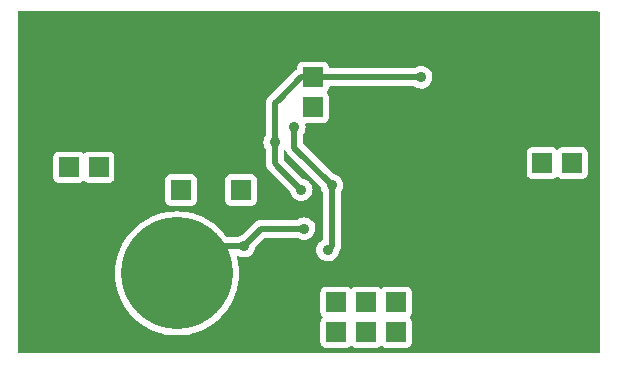
<source format=gbr>
%TF.GenerationSoftware,KiCad,Pcbnew,6.0.11+dfsg-1~bpo11+1*%
%TF.CreationDate,2023-05-28T09:09:13+00:00*%
%TF.ProjectId,PCRD01,50435244-3031-42e6-9b69-6361645f7063,01A*%
%TF.SameCoordinates,Original*%
%TF.FileFunction,Copper,L1,Top*%
%TF.FilePolarity,Positive*%
%FSLAX46Y46*%
G04 Gerber Fmt 4.6, Leading zero omitted, Abs format (unit mm)*
G04 Created by KiCad (PCBNEW 6.0.11+dfsg-1~bpo11+1) date 2023-05-28 09:09:13*
%MOMM*%
%LPD*%
G01*
G04 APERTURE LIST*
%TA.AperFunction,ComponentPad*%
%ADD10R,1.651000X1.651000*%
%TD*%
%TA.AperFunction,ComponentPad*%
%ADD11C,6.000000*%
%TD*%
%TA.AperFunction,SMDPad,CuDef*%
%ADD12C,9.480265*%
%TD*%
%TA.AperFunction,ViaPad*%
%ADD13C,0.889000*%
%TD*%
%TA.AperFunction,Conductor*%
%ADD14C,0.400000*%
%TD*%
%TA.AperFunction,Conductor*%
%ADD15C,0.500000*%
%TD*%
G04 APERTURE END LIST*
D10*
%TO.P,J1,1,1*%
%TO.N,GND*%
X140458000Y-90709000D03*
%TO.P,J1,2,1*%
%TO.N,/+Ubias*%
X140458000Y-88169000D03*
%TO.P,J1,3,3*%
%TO.N,GND*%
X140458000Y-85629000D03*
%TO.P,J1,4*%
X137918000Y-85629000D03*
%TO.P,J1,5*%
%TO.N,/+Ubias*%
X137918000Y-88169000D03*
%TO.P,J1,6*%
%TO.N,GND*%
X137918000Y-90709000D03*
%TD*%
%TO.P,J2,1*%
%TO.N,GND*%
X158034800Y-102139000D03*
%TO.P,J2,2*%
%TO.N,V-*%
X160574800Y-102139000D03*
%TO.P,J2,3*%
%TO.N,V+*%
X163114800Y-102139000D03*
%TO.P,J2,4*%
%TO.N,V-*%
X165654800Y-102139000D03*
%TO.P,J2,5*%
%TO.N,GND*%
X168194800Y-102139000D03*
%TO.P,J2,6*%
X168194800Y-99599000D03*
%TO.P,J2,7*%
%TO.N,V-*%
X165654800Y-99599000D03*
%TO.P,J2,8*%
%TO.N,V+*%
X163114800Y-99599000D03*
%TO.P,J2,9*%
%TO.N,V-*%
X160574800Y-99599000D03*
%TO.P,J2,10*%
%TO.N,GND*%
X158034800Y-99599000D03*
%TD*%
%TO.P,J5,1,1*%
%TO.N,GND*%
X180564600Y-90353400D03*
%TO.P,J5,2,1*%
%TO.N,Net-(C14-Pad2)*%
X180564600Y-87813400D03*
%TO.P,J5,3,3*%
%TO.N,GND*%
X180564600Y-85273400D03*
%TO.P,J5,4*%
X178024600Y-85273400D03*
%TO.P,J5,5*%
%TO.N,Net-(C14-Pad2)*%
X178024600Y-87813400D03*
%TO.P,J5,6*%
%TO.N,GND*%
X178024600Y-90353400D03*
%TD*%
D11*
%TO.P,P4,1,P1*%
%TO.N,GND*%
X137918000Y-99599000D03*
%TD*%
D12*
%TO.P,C4,1*%
%TO.N,Net-(C4-Pad1)*%
X147087400Y-97147900D03*
%TD*%
D10*
%TO.P,J3,1,P1*%
%TO.N,/K*%
X147443000Y-90074000D03*
%TO.P,J3,2,PM*%
%TO.N,/A*%
X152523000Y-90074000D03*
%TD*%
D11*
%TO.P,P3,1,P1*%
%TO.N,GND*%
X137918000Y-79279000D03*
%TD*%
%TO.P,P1,1,P1*%
%TO.N,GND*%
X178558000Y-99599000D03*
%TD*%
%TO.P,P2,1,P1*%
%TO.N,GND*%
X178558000Y-79279000D03*
%TD*%
D10*
%TO.P,J4,1,P1*%
%TO.N,/#SHDN*%
X158619000Y-83089000D03*
%TO.P,J4,2,PM*%
%TO.N,V+*%
X158619000Y-80549000D03*
%TD*%
D13*
%TO.N,GND*%
X162657600Y-83089000D03*
X154961400Y-77196200D03*
X170684000Y-77780400D03*
X165680200Y-77297800D03*
X162683000Y-85629000D03*
X159914400Y-86391000D03*
X161184400Y-96144600D03*
X135733600Y-83698600D03*
X135733600Y-94773000D03*
X166518400Y-87356200D03*
X171293600Y-95865200D03*
X139200000Y-94600000D03*
X174951200Y-94493600D03*
X165413500Y-96360500D03*
X160955800Y-77399400D03*
X150135400Y-76764400D03*
X142210600Y-81082400D03*
%TO.N,V+*%
X157608447Y-90079311D03*
X155367800Y-86060800D03*
X167763000Y-80549000D03*
%TO.N,Net-(C4-Pad1)*%
X157857000Y-93363300D03*
X152743361Y-94836500D03*
%TO.N,V-*%
X159838200Y-95166700D03*
X160216002Y-89693000D03*
X157028960Y-84750160D03*
%TD*%
D14*
%TO.N,GND*%
X160752600Y-77196200D02*
X160955800Y-77399400D01*
X158034800Y-99599000D02*
X157298200Y-99599000D01*
X135733600Y-83698600D02*
X135987600Y-83698600D01*
X165197600Y-96144600D02*
X165413500Y-96360500D01*
%TO.N,V+*%
X159844500Y-80549000D02*
X160689748Y-80549000D01*
D15*
X167763000Y-80549000D02*
X160689748Y-80549000D01*
X155367800Y-86060800D02*
X155367800Y-82758800D01*
D14*
X158619000Y-80549000D02*
X159844500Y-80549000D01*
D15*
X155367800Y-87838664D02*
X155668517Y-88139381D01*
X155367800Y-86060800D02*
X155367800Y-87838664D01*
X157608447Y-90079311D02*
X155668517Y-88139381D01*
X155367800Y-82758800D02*
X155692499Y-82434101D01*
X155692499Y-82434101D02*
X157577600Y-80549000D01*
X158619000Y-80549000D02*
X167763000Y-80549000D01*
X160689748Y-80549000D02*
X157577600Y-80549000D01*
%TO.N,Net-(C4-Pad1)*%
X157228383Y-93363300D02*
X157857000Y-93363300D01*
X154216561Y-93363300D02*
X157228383Y-93363300D01*
X152743361Y-94836500D02*
X149398800Y-94836500D01*
X152743361Y-94836500D02*
X154216561Y-93363300D01*
%TO.N,V-*%
X160216002Y-89693000D02*
X160216002Y-94788898D01*
X157028960Y-86505958D02*
X160216002Y-89693000D01*
X160216002Y-94788898D02*
X159838200Y-95166700D01*
X157028960Y-84750160D02*
X157028960Y-86505958D01*
%TD*%
%TA.AperFunction,Conductor*%
%TO.N,GND*%
G36*
X182832691Y-74982407D02*
G01*
X182868655Y-75031907D01*
X182873500Y-75062500D01*
X182873500Y-103815500D01*
X182854593Y-103873691D01*
X182805093Y-103909655D01*
X182774500Y-103914500D01*
X133701500Y-103914500D01*
X133643309Y-103895593D01*
X133607345Y-103846093D01*
X133602500Y-103815500D01*
X133602500Y-103012634D01*
X159240800Y-103012634D01*
X159247555Y-103074816D01*
X159298685Y-103211205D01*
X159386039Y-103327761D01*
X159502595Y-103415115D01*
X159638984Y-103466245D01*
X159645156Y-103466915D01*
X159645158Y-103466916D01*
X159681137Y-103470824D01*
X159701166Y-103473000D01*
X161448434Y-103473000D01*
X161468463Y-103470824D01*
X161504442Y-103466916D01*
X161504444Y-103466915D01*
X161510616Y-103466245D01*
X161647005Y-103415115D01*
X161763561Y-103327761D01*
X161767791Y-103322117D01*
X161772778Y-103317130D01*
X161774463Y-103318815D01*
X161815601Y-103289845D01*
X161876780Y-103290748D01*
X161915252Y-103318700D01*
X161916822Y-103317130D01*
X161921809Y-103322117D01*
X161926039Y-103327761D01*
X162042595Y-103415115D01*
X162178984Y-103466245D01*
X162185156Y-103466915D01*
X162185158Y-103466916D01*
X162221137Y-103470824D01*
X162241166Y-103473000D01*
X163988434Y-103473000D01*
X164008463Y-103470824D01*
X164044442Y-103466916D01*
X164044444Y-103466915D01*
X164050616Y-103466245D01*
X164187005Y-103415115D01*
X164303561Y-103327761D01*
X164307791Y-103322117D01*
X164312778Y-103317130D01*
X164314463Y-103318815D01*
X164355601Y-103289845D01*
X164416780Y-103290748D01*
X164455252Y-103318700D01*
X164456822Y-103317130D01*
X164461809Y-103322117D01*
X164466039Y-103327761D01*
X164582595Y-103415115D01*
X164718984Y-103466245D01*
X164725156Y-103466915D01*
X164725158Y-103466916D01*
X164761137Y-103470824D01*
X164781166Y-103473000D01*
X166528434Y-103473000D01*
X166548463Y-103470824D01*
X166584442Y-103466916D01*
X166584444Y-103466915D01*
X166590616Y-103466245D01*
X166727005Y-103415115D01*
X166843561Y-103327761D01*
X166930915Y-103211205D01*
X166982045Y-103074816D01*
X166988800Y-103012634D01*
X166988800Y-101265366D01*
X166982045Y-101203184D01*
X166930915Y-101066795D01*
X166843561Y-100950239D01*
X166837917Y-100946009D01*
X166832930Y-100941022D01*
X166834615Y-100939337D01*
X166805645Y-100898199D01*
X166806548Y-100837020D01*
X166834500Y-100798548D01*
X166832930Y-100796978D01*
X166837917Y-100791991D01*
X166843561Y-100787761D01*
X166930915Y-100671205D01*
X166982045Y-100534816D01*
X166983126Y-100524870D01*
X166988511Y-100475293D01*
X166988800Y-100472634D01*
X166988800Y-98725366D01*
X166982045Y-98663184D01*
X166930915Y-98526795D01*
X166843561Y-98410239D01*
X166727005Y-98322885D01*
X166590616Y-98271755D01*
X166584444Y-98271085D01*
X166584442Y-98271084D01*
X166548463Y-98267176D01*
X166528434Y-98265000D01*
X164781166Y-98265000D01*
X164761137Y-98267176D01*
X164725158Y-98271084D01*
X164725156Y-98271085D01*
X164718984Y-98271755D01*
X164582595Y-98322885D01*
X164466039Y-98410239D01*
X164461809Y-98415883D01*
X164456822Y-98420870D01*
X164455137Y-98419185D01*
X164413999Y-98448155D01*
X164352820Y-98447252D01*
X164314348Y-98419300D01*
X164312778Y-98420870D01*
X164307791Y-98415883D01*
X164303561Y-98410239D01*
X164187005Y-98322885D01*
X164050616Y-98271755D01*
X164044444Y-98271085D01*
X164044442Y-98271084D01*
X164008463Y-98267176D01*
X163988434Y-98265000D01*
X162241166Y-98265000D01*
X162221137Y-98267176D01*
X162185158Y-98271084D01*
X162185156Y-98271085D01*
X162178984Y-98271755D01*
X162042595Y-98322885D01*
X161926039Y-98410239D01*
X161921809Y-98415883D01*
X161916822Y-98420870D01*
X161915137Y-98419185D01*
X161873999Y-98448155D01*
X161812820Y-98447252D01*
X161774348Y-98419300D01*
X161772778Y-98420870D01*
X161767791Y-98415883D01*
X161763561Y-98410239D01*
X161647005Y-98322885D01*
X161510616Y-98271755D01*
X161504444Y-98271085D01*
X161504442Y-98271084D01*
X161468463Y-98267176D01*
X161448434Y-98265000D01*
X159701166Y-98265000D01*
X159681137Y-98267176D01*
X159645158Y-98271084D01*
X159645156Y-98271085D01*
X159638984Y-98271755D01*
X159502595Y-98322885D01*
X159386039Y-98410239D01*
X159298685Y-98526795D01*
X159247555Y-98663184D01*
X159240800Y-98725366D01*
X159240800Y-100472634D01*
X159241089Y-100475293D01*
X159246475Y-100524870D01*
X159247555Y-100534816D01*
X159298685Y-100671205D01*
X159386039Y-100787761D01*
X159391683Y-100791991D01*
X159396670Y-100796978D01*
X159394985Y-100798663D01*
X159423955Y-100839801D01*
X159423052Y-100900980D01*
X159395100Y-100939452D01*
X159396670Y-100941022D01*
X159391683Y-100946009D01*
X159386039Y-100950239D01*
X159298685Y-101066795D01*
X159247555Y-101203184D01*
X159240800Y-101265366D01*
X159240800Y-103012634D01*
X133602500Y-103012634D01*
X133602500Y-97147900D01*
X141833768Y-97147900D01*
X141853760Y-97605784D01*
X141913582Y-98060184D01*
X142012781Y-98507640D01*
X142013428Y-98509691D01*
X142013429Y-98509696D01*
X142081430Y-98725366D01*
X142150601Y-98944748D01*
X142325992Y-99368181D01*
X142537621Y-99774716D01*
X142783877Y-100161260D01*
X143062884Y-100524870D01*
X143064341Y-100526460D01*
X143351466Y-100839801D01*
X143372521Y-100862779D01*
X143710430Y-101172416D01*
X144074040Y-101451423D01*
X144460584Y-101697679D01*
X144867119Y-101909308D01*
X145290552Y-102084699D01*
X145292621Y-102085351D01*
X145292620Y-102085351D01*
X145725604Y-102221871D01*
X145725609Y-102221872D01*
X145727660Y-102222519D01*
X145881450Y-102256614D01*
X146172995Y-102321248D01*
X146173000Y-102321249D01*
X146175116Y-102321718D01*
X146629516Y-102381540D01*
X147087400Y-102401532D01*
X147545284Y-102381540D01*
X147999684Y-102321718D01*
X148001800Y-102321249D01*
X148001805Y-102321248D01*
X148293350Y-102256614D01*
X148447140Y-102222519D01*
X148449191Y-102221872D01*
X148449196Y-102221871D01*
X148882180Y-102085351D01*
X148882179Y-102085351D01*
X148884248Y-102084699D01*
X149307681Y-101909308D01*
X149714216Y-101697679D01*
X150100760Y-101451423D01*
X150464370Y-101172416D01*
X150802279Y-100862779D01*
X150823335Y-100839801D01*
X151110459Y-100526460D01*
X151111916Y-100524870D01*
X151390923Y-100161260D01*
X151637179Y-99774716D01*
X151848808Y-99368181D01*
X152024199Y-98944748D01*
X152093370Y-98725366D01*
X152161371Y-98509696D01*
X152161372Y-98509691D01*
X152162019Y-98507640D01*
X152261218Y-98060184D01*
X152321040Y-97605784D01*
X152341032Y-97147900D01*
X152321040Y-96690016D01*
X152261218Y-96235616D01*
X152163051Y-95792815D01*
X152168915Y-95731912D01*
X152209458Y-95686087D01*
X152269193Y-95672844D01*
X152308001Y-95684968D01*
X152359982Y-95714019D01*
X152364580Y-95715513D01*
X152533123Y-95770276D01*
X152533125Y-95770277D01*
X152537728Y-95771772D01*
X152723306Y-95793901D01*
X152728128Y-95793530D01*
X152728131Y-95793530D01*
X152797918Y-95788160D01*
X152909648Y-95779563D01*
X153089657Y-95729304D01*
X153103398Y-95722363D01*
X153252154Y-95647221D01*
X153252156Y-95647220D01*
X153256475Y-95645038D01*
X153403748Y-95529975D01*
X153406910Y-95526312D01*
X153406915Y-95526307D01*
X153522704Y-95392163D01*
X153525868Y-95388498D01*
X153528737Y-95383449D01*
X153615793Y-95230201D01*
X153615794Y-95230198D01*
X153618182Y-95225995D01*
X153631829Y-95184973D01*
X153652237Y-95123624D01*
X153677175Y-95048657D01*
X153683525Y-94998397D01*
X153711740Y-94940802D01*
X154501746Y-94150796D01*
X154556263Y-94123019D01*
X154571750Y-94121800D01*
X157241339Y-94121800D01*
X157299530Y-94140707D01*
X157305501Y-94145406D01*
X157310478Y-94149642D01*
X157314700Y-94152002D01*
X157314705Y-94152005D01*
X157350193Y-94171838D01*
X157473621Y-94240819D01*
X157478219Y-94242313D01*
X157646762Y-94297076D01*
X157646764Y-94297077D01*
X157651367Y-94298572D01*
X157836945Y-94320701D01*
X157841767Y-94320330D01*
X157841770Y-94320330D01*
X157902766Y-94315636D01*
X158023287Y-94306363D01*
X158203296Y-94256104D01*
X158207614Y-94253923D01*
X158365793Y-94174021D01*
X158365795Y-94174020D01*
X158370114Y-94171838D01*
X158517387Y-94056775D01*
X158520549Y-94053112D01*
X158520554Y-94053107D01*
X158636343Y-93918963D01*
X158639507Y-93915298D01*
X158650555Y-93895851D01*
X158729432Y-93757001D01*
X158729433Y-93756998D01*
X158731821Y-93752795D01*
X158790814Y-93575457D01*
X158814238Y-93390038D01*
X158814611Y-93363300D01*
X158796373Y-93177299D01*
X158742355Y-92998383D01*
X158654615Y-92833366D01*
X158536493Y-92688535D01*
X158530558Y-92683625D01*
X158396216Y-92572488D01*
X158396214Y-92572487D01*
X158392489Y-92569405D01*
X158228089Y-92480514D01*
X158049554Y-92425248D01*
X158044744Y-92424742D01*
X158044742Y-92424742D01*
X157868501Y-92406218D01*
X157868499Y-92406218D01*
X157863685Y-92405712D01*
X157803781Y-92411164D01*
X157682382Y-92422212D01*
X157682379Y-92422213D01*
X157677562Y-92422651D01*
X157672920Y-92424017D01*
X157672916Y-92424018D01*
X157502920Y-92474051D01*
X157502917Y-92474052D01*
X157498273Y-92475419D01*
X157332647Y-92562005D01*
X157328871Y-92565041D01*
X157328868Y-92565043D01*
X157306592Y-92582954D01*
X157244558Y-92604800D01*
X154281582Y-92604800D01*
X154266693Y-92603674D01*
X154248901Y-92600967D01*
X154248897Y-92600967D01*
X154243212Y-92600102D01*
X154191385Y-92604317D01*
X154189457Y-92604474D01*
X154181432Y-92604800D01*
X154172268Y-92604800D01*
X154169424Y-92605132D01*
X154169416Y-92605132D01*
X154143571Y-92608145D01*
X154140135Y-92608485D01*
X154072660Y-92613973D01*
X154072656Y-92613974D01*
X154066924Y-92614440D01*
X154061451Y-92616213D01*
X154055812Y-92617340D01*
X154055790Y-92617230D01*
X154052165Y-92618020D01*
X154052191Y-92618129D01*
X154046595Y-92619452D01*
X154040880Y-92620118D01*
X154035472Y-92622081D01*
X153971821Y-92645185D01*
X153968553Y-92646307D01*
X153915707Y-92663427D01*
X153898662Y-92668949D01*
X153893747Y-92671932D01*
X153888515Y-92674327D01*
X153888469Y-92674226D01*
X153885123Y-92675828D01*
X153885174Y-92675930D01*
X153880038Y-92678502D01*
X153874624Y-92680467D01*
X153869808Y-92683624D01*
X153869807Y-92683625D01*
X153813208Y-92720733D01*
X153810286Y-92722577D01*
X153751226Y-92758415D01*
X153751222Y-92758418D01*
X153747453Y-92760705D01*
X153739077Y-92768103D01*
X153738957Y-92767967D01*
X153735799Y-92770446D01*
X153735930Y-92770602D01*
X153731517Y-92774292D01*
X153726709Y-92777444D01*
X153722756Y-92781617D01*
X153673217Y-92833911D01*
X153671350Y-92835830D01*
X152641416Y-93865764D01*
X152586899Y-93893541D01*
X152580384Y-93894353D01*
X152568742Y-93895412D01*
X152568737Y-93895413D01*
X152563923Y-93895851D01*
X152497848Y-93915298D01*
X152389281Y-93947251D01*
X152389278Y-93947252D01*
X152384634Y-93948619D01*
X152219008Y-94035205D01*
X152215232Y-94038241D01*
X152215229Y-94038243D01*
X152192953Y-94056154D01*
X152130919Y-94078000D01*
X151396359Y-94078000D01*
X151338168Y-94059093D01*
X151317817Y-94039267D01*
X151111916Y-93770930D01*
X150802279Y-93433021D01*
X150464370Y-93123384D01*
X150100760Y-92844377D01*
X149995697Y-92777444D01*
X149716026Y-92599274D01*
X149716024Y-92599273D01*
X149714216Y-92598121D01*
X149640524Y-92559759D01*
X149569029Y-92522542D01*
X149307681Y-92386492D01*
X148884248Y-92211101D01*
X148824092Y-92192134D01*
X148449196Y-92073929D01*
X148449191Y-92073928D01*
X148447140Y-92073281D01*
X148293350Y-92039186D01*
X148001805Y-91974552D01*
X148001800Y-91974551D01*
X147999684Y-91974082D01*
X147545284Y-91914260D01*
X147087400Y-91894268D01*
X146629516Y-91914260D01*
X146175116Y-91974082D01*
X146173000Y-91974551D01*
X146172995Y-91974552D01*
X145881450Y-92039186D01*
X145727660Y-92073281D01*
X145725609Y-92073928D01*
X145725604Y-92073929D01*
X145350708Y-92192134D01*
X145290552Y-92211101D01*
X144867119Y-92386492D01*
X144605771Y-92522542D01*
X144534277Y-92559759D01*
X144460584Y-92598121D01*
X144458776Y-92599273D01*
X144458774Y-92599274D01*
X144179104Y-92777444D01*
X144074040Y-92844377D01*
X143710430Y-93123384D01*
X143372521Y-93433021D01*
X143062884Y-93770930D01*
X142783877Y-94134540D01*
X142782720Y-94136356D01*
X142782718Y-94136359D01*
X142634864Y-94368443D01*
X142537621Y-94521084D01*
X142325992Y-94927619D01*
X142150601Y-95351052D01*
X142149949Y-95353120D01*
X142015375Y-95779934D01*
X142012781Y-95788160D01*
X141978686Y-95941950D01*
X141938387Y-96123730D01*
X141913582Y-96235616D01*
X141853760Y-96690016D01*
X141833768Y-97147900D01*
X133602500Y-97147900D01*
X133602500Y-90947634D01*
X146109000Y-90947634D01*
X146109289Y-90950293D01*
X146111423Y-90969934D01*
X146115755Y-91009816D01*
X146166885Y-91146205D01*
X146254239Y-91262761D01*
X146370795Y-91350115D01*
X146507184Y-91401245D01*
X146513356Y-91401915D01*
X146513358Y-91401916D01*
X146549337Y-91405824D01*
X146569366Y-91408000D01*
X148316634Y-91408000D01*
X148336663Y-91405824D01*
X148372642Y-91401916D01*
X148372644Y-91401915D01*
X148378816Y-91401245D01*
X148515205Y-91350115D01*
X148631761Y-91262761D01*
X148719115Y-91146205D01*
X148770245Y-91009816D01*
X148774578Y-90969934D01*
X148776711Y-90950293D01*
X148777000Y-90947634D01*
X151189000Y-90947634D01*
X151189289Y-90950293D01*
X151191423Y-90969934D01*
X151195755Y-91009816D01*
X151246885Y-91146205D01*
X151334239Y-91262761D01*
X151450795Y-91350115D01*
X151587184Y-91401245D01*
X151593356Y-91401915D01*
X151593358Y-91401916D01*
X151629337Y-91405824D01*
X151649366Y-91408000D01*
X153396634Y-91408000D01*
X153416663Y-91405824D01*
X153452642Y-91401916D01*
X153452644Y-91401915D01*
X153458816Y-91401245D01*
X153595205Y-91350115D01*
X153711761Y-91262761D01*
X153799115Y-91146205D01*
X153850245Y-91009816D01*
X153854578Y-90969934D01*
X153856711Y-90950293D01*
X153857000Y-90947634D01*
X153857000Y-89200366D01*
X153850245Y-89138184D01*
X153799115Y-89001795D01*
X153722153Y-88899105D01*
X153715991Y-88890883D01*
X153711761Y-88885239D01*
X153595205Y-88797885D01*
X153458816Y-88746755D01*
X153452644Y-88746085D01*
X153452642Y-88746084D01*
X153416663Y-88742176D01*
X153396634Y-88740000D01*
X151649366Y-88740000D01*
X151629337Y-88742176D01*
X151593358Y-88746084D01*
X151593356Y-88746085D01*
X151587184Y-88746755D01*
X151450795Y-88797885D01*
X151334239Y-88885239D01*
X151330009Y-88890883D01*
X151323847Y-88899105D01*
X151246885Y-89001795D01*
X151195755Y-89138184D01*
X151189000Y-89200366D01*
X151189000Y-90947634D01*
X148777000Y-90947634D01*
X148777000Y-89200366D01*
X148770245Y-89138184D01*
X148719115Y-89001795D01*
X148642153Y-88899105D01*
X148635991Y-88890883D01*
X148631761Y-88885239D01*
X148515205Y-88797885D01*
X148378816Y-88746755D01*
X148372644Y-88746085D01*
X148372642Y-88746084D01*
X148336663Y-88742176D01*
X148316634Y-88740000D01*
X146569366Y-88740000D01*
X146549337Y-88742176D01*
X146513358Y-88746084D01*
X146513356Y-88746085D01*
X146507184Y-88746755D01*
X146370795Y-88797885D01*
X146254239Y-88885239D01*
X146250009Y-88890883D01*
X146243847Y-88899105D01*
X146166885Y-89001795D01*
X146115755Y-89138184D01*
X146109000Y-89200366D01*
X146109000Y-90947634D01*
X133602500Y-90947634D01*
X133602500Y-89042634D01*
X136584000Y-89042634D01*
X136584289Y-89045293D01*
X136589362Y-89091989D01*
X136590755Y-89104816D01*
X136641885Y-89241205D01*
X136729239Y-89357761D01*
X136845795Y-89445115D01*
X136982184Y-89496245D01*
X136988356Y-89496915D01*
X136988358Y-89496916D01*
X137024337Y-89500824D01*
X137044366Y-89503000D01*
X138791634Y-89503000D01*
X138811663Y-89500824D01*
X138847642Y-89496916D01*
X138847644Y-89496915D01*
X138853816Y-89496245D01*
X138990205Y-89445115D01*
X139106761Y-89357761D01*
X139110991Y-89352117D01*
X139115978Y-89347130D01*
X139117663Y-89348815D01*
X139158801Y-89319845D01*
X139219980Y-89320748D01*
X139258452Y-89348700D01*
X139260022Y-89347130D01*
X139265009Y-89352117D01*
X139269239Y-89357761D01*
X139385795Y-89445115D01*
X139522184Y-89496245D01*
X139528356Y-89496915D01*
X139528358Y-89496916D01*
X139564337Y-89500824D01*
X139584366Y-89503000D01*
X141331634Y-89503000D01*
X141351663Y-89500824D01*
X141387642Y-89496916D01*
X141387644Y-89496915D01*
X141393816Y-89496245D01*
X141530205Y-89445115D01*
X141646761Y-89357761D01*
X141734115Y-89241205D01*
X141785245Y-89104816D01*
X141786639Y-89091989D01*
X141791711Y-89045293D01*
X141792000Y-89042634D01*
X141792000Y-87295366D01*
X141785245Y-87233184D01*
X141734115Y-87096795D01*
X141646761Y-86980239D01*
X141530205Y-86892885D01*
X141393816Y-86841755D01*
X141387644Y-86841085D01*
X141387642Y-86841084D01*
X141351663Y-86837176D01*
X141331634Y-86835000D01*
X139584366Y-86835000D01*
X139564337Y-86837176D01*
X139528358Y-86841084D01*
X139528356Y-86841085D01*
X139522184Y-86841755D01*
X139385795Y-86892885D01*
X139269239Y-86980239D01*
X139265009Y-86985883D01*
X139260022Y-86990870D01*
X139258337Y-86989185D01*
X139217199Y-87018155D01*
X139156020Y-87017252D01*
X139117548Y-86989300D01*
X139115978Y-86990870D01*
X139110991Y-86985883D01*
X139106761Y-86980239D01*
X138990205Y-86892885D01*
X138853816Y-86841755D01*
X138847644Y-86841085D01*
X138847642Y-86841084D01*
X138811663Y-86837176D01*
X138791634Y-86835000D01*
X137044366Y-86835000D01*
X137024337Y-86837176D01*
X136988358Y-86841084D01*
X136988356Y-86841085D01*
X136982184Y-86841755D01*
X136845795Y-86892885D01*
X136729239Y-86980239D01*
X136641885Y-87096795D01*
X136590755Y-87233184D01*
X136584000Y-87295366D01*
X136584000Y-89042634D01*
X133602500Y-89042634D01*
X133602500Y-86047430D01*
X154410282Y-86047430D01*
X154425921Y-86233667D01*
X154477436Y-86413320D01*
X154562864Y-86579546D01*
X154565875Y-86583344D01*
X154565875Y-86583345D01*
X154587885Y-86611114D01*
X154609300Y-86672608D01*
X154609300Y-87773637D01*
X154608174Y-87788526D01*
X154604601Y-87812013D01*
X154605068Y-87817749D01*
X154608974Y-87865776D01*
X154609300Y-87873802D01*
X154609300Y-87882957D01*
X154609632Y-87885802D01*
X154609632Y-87885808D01*
X154612644Y-87911644D01*
X154612984Y-87915080D01*
X154618940Y-87988301D01*
X154620714Y-87993776D01*
X154621840Y-87999413D01*
X154621730Y-87999435D01*
X154622520Y-88003060D01*
X154622629Y-88003034D01*
X154623952Y-88008630D01*
X154624618Y-88014345D01*
X154626581Y-88019753D01*
X154649685Y-88083404D01*
X154650807Y-88086672D01*
X154673449Y-88156563D01*
X154676432Y-88161478D01*
X154678827Y-88166710D01*
X154678726Y-88166756D01*
X154680328Y-88170102D01*
X154680430Y-88170051D01*
X154683002Y-88175186D01*
X154684967Y-88180601D01*
X154688125Y-88185417D01*
X154725246Y-88242036D01*
X154727087Y-88244955D01*
X154765205Y-88307771D01*
X154768125Y-88311077D01*
X154772603Y-88316148D01*
X154772455Y-88316279D01*
X154774936Y-88319434D01*
X154775102Y-88319295D01*
X154778792Y-88323708D01*
X154781944Y-88328516D01*
X154786117Y-88332469D01*
X154838411Y-88382008D01*
X154840330Y-88383875D01*
X156637095Y-90180640D01*
X156664872Y-90235157D01*
X156665744Y-90242362D01*
X156666568Y-90252178D01*
X156718083Y-90431831D01*
X156803511Y-90598057D01*
X156919599Y-90744523D01*
X156923279Y-90747655D01*
X156923281Y-90747657D01*
X156956311Y-90775768D01*
X157061925Y-90865653D01*
X157066147Y-90868013D01*
X157066152Y-90868016D01*
X157101640Y-90887849D01*
X157225068Y-90956830D01*
X157229666Y-90958324D01*
X157398209Y-91013087D01*
X157398211Y-91013088D01*
X157402814Y-91014583D01*
X157588392Y-91036712D01*
X157593214Y-91036341D01*
X157593217Y-91036341D01*
X157654213Y-91031647D01*
X157774734Y-91022374D01*
X157954743Y-90972115D01*
X157959061Y-90969934D01*
X158117240Y-90890032D01*
X158117242Y-90890031D01*
X158121561Y-90887849D01*
X158268834Y-90772786D01*
X158271996Y-90769123D01*
X158272001Y-90769118D01*
X158387790Y-90634974D01*
X158390954Y-90631309D01*
X158407689Y-90601851D01*
X158480879Y-90473012D01*
X158480880Y-90473009D01*
X158483268Y-90468806D01*
X158497118Y-90427174D01*
X158540734Y-90296059D01*
X158540735Y-90296057D01*
X158542261Y-90291468D01*
X158547834Y-90247358D01*
X158565337Y-90108801D01*
X158565685Y-90106049D01*
X158566058Y-90079311D01*
X158547820Y-89893310D01*
X158493802Y-89714394D01*
X158406062Y-89549377D01*
X158287940Y-89404546D01*
X158236500Y-89361991D01*
X158147663Y-89288499D01*
X158147661Y-89288498D01*
X158143936Y-89285416D01*
X157979536Y-89196525D01*
X157859321Y-89159312D01*
X157805622Y-89142689D01*
X157805618Y-89142688D01*
X157801001Y-89141259D01*
X157796192Y-89140754D01*
X157796189Y-89140753D01*
X157785265Y-89139605D01*
X157771140Y-89138121D01*
X157711484Y-89109667D01*
X156155296Y-87553479D01*
X156127519Y-87498962D01*
X156126300Y-87483475D01*
X156126300Y-86807671D01*
X156145207Y-86749480D01*
X156194707Y-86713516D01*
X156255893Y-86713516D01*
X156305393Y-86749480D01*
X156319481Y-86777160D01*
X156334609Y-86823857D01*
X156337592Y-86828772D01*
X156339987Y-86834004D01*
X156339886Y-86834050D01*
X156341488Y-86837396D01*
X156341590Y-86837345D01*
X156344162Y-86842480D01*
X156346127Y-86847895D01*
X156349285Y-86852711D01*
X156386406Y-86909330D01*
X156388247Y-86912249D01*
X156426365Y-86975065D01*
X156433763Y-86983442D01*
X156433615Y-86983573D01*
X156436096Y-86986728D01*
X156436262Y-86986589D01*
X156439952Y-86991002D01*
X156443104Y-86995810D01*
X156447277Y-86999763D01*
X156499571Y-87049302D01*
X156501490Y-87051169D01*
X159244650Y-89794329D01*
X159272427Y-89848846D01*
X159273299Y-89856051D01*
X159274123Y-89865867D01*
X159325638Y-90045520D01*
X159411066Y-90211746D01*
X159414077Y-90215544D01*
X159414077Y-90215545D01*
X159436087Y-90243314D01*
X159457502Y-90304808D01*
X159457502Y-94230348D01*
X159438595Y-94288539D01*
X159404368Y-94318082D01*
X159318144Y-94363158D01*
X159318139Y-94363161D01*
X159313847Y-94365405D01*
X159310071Y-94368441D01*
X159310068Y-94368443D01*
X159171967Y-94479480D01*
X159168195Y-94482513D01*
X159165086Y-94486218D01*
X159165083Y-94486221D01*
X159135830Y-94521084D01*
X159048062Y-94625681D01*
X159045730Y-94629924D01*
X159045728Y-94629926D01*
X158964514Y-94777656D01*
X158958026Y-94789457D01*
X158956563Y-94794070D01*
X158956561Y-94794074D01*
X158902979Y-94962984D01*
X158902978Y-94962990D01*
X158901515Y-94967601D01*
X158900975Y-94972415D01*
X158892929Y-95044150D01*
X158880682Y-95153330D01*
X158881087Y-95158150D01*
X158894903Y-95322675D01*
X158896321Y-95339567D01*
X158947836Y-95519220D01*
X159033264Y-95685446D01*
X159149352Y-95831912D01*
X159153032Y-95835044D01*
X159153034Y-95835046D01*
X159186064Y-95863157D01*
X159291678Y-95953042D01*
X159295900Y-95955402D01*
X159295905Y-95955405D01*
X159331393Y-95975238D01*
X159454821Y-96044219D01*
X159459419Y-96045713D01*
X159627962Y-96100476D01*
X159627964Y-96100477D01*
X159632567Y-96101972D01*
X159818145Y-96124101D01*
X159822967Y-96123730D01*
X159822970Y-96123730D01*
X159883966Y-96119036D01*
X160004487Y-96109763D01*
X160184496Y-96059504D01*
X160188814Y-96057323D01*
X160346993Y-95977421D01*
X160346995Y-95977420D01*
X160351314Y-95975238D01*
X160498587Y-95860175D01*
X160501749Y-95856512D01*
X160501754Y-95856507D01*
X160611552Y-95729304D01*
X160620707Y-95718698D01*
X160624706Y-95711660D01*
X160710632Y-95560401D01*
X160710633Y-95560398D01*
X160713021Y-95556195D01*
X160720752Y-95532957D01*
X160742451Y-95467725D01*
X160772014Y-95378857D01*
X160772621Y-95374053D01*
X160779112Y-95322675D01*
X160799684Y-95273668D01*
X160801594Y-95271254D01*
X160803736Y-95268641D01*
X160851335Y-95212613D01*
X160853949Y-95207494D01*
X160857144Y-95202704D01*
X160857236Y-95202765D01*
X160859239Y-95199645D01*
X160859145Y-95199587D01*
X160862170Y-95194690D01*
X160865736Y-95190182D01*
X160882960Y-95153330D01*
X160896843Y-95123624D01*
X160898361Y-95120519D01*
X160902204Y-95112993D01*
X160931771Y-95055090D01*
X160933139Y-95049500D01*
X160935143Y-95044111D01*
X160935247Y-95044150D01*
X160936479Y-95040652D01*
X160936372Y-95040617D01*
X160938186Y-95035164D01*
X160940624Y-95029948D01*
X160955587Y-94958014D01*
X160956336Y-94954699D01*
X160973810Y-94883288D01*
X160974502Y-94872134D01*
X160974729Y-94872148D01*
X160975197Y-94868162D01*
X160974960Y-94868141D01*
X160975471Y-94862419D01*
X160976643Y-94856783D01*
X160974538Y-94778986D01*
X160974502Y-94776308D01*
X160974502Y-90309615D01*
X160992604Y-90252549D01*
X160995345Y-90248664D01*
X160998509Y-90244998D01*
X161000902Y-90240786D01*
X161088434Y-90086701D01*
X161088435Y-90086698D01*
X161090823Y-90082495D01*
X161104673Y-90040863D01*
X161148289Y-89909748D01*
X161148290Y-89909746D01*
X161149816Y-89905157D01*
X161155389Y-89861047D01*
X161172892Y-89722490D01*
X161173240Y-89719738D01*
X161173613Y-89693000D01*
X161155375Y-89506999D01*
X161101357Y-89328083D01*
X161013617Y-89163066D01*
X160895495Y-89018235D01*
X160876065Y-89002161D01*
X160755218Y-88902188D01*
X160755216Y-88902187D01*
X160751491Y-88899105D01*
X160587091Y-88810214D01*
X160528929Y-88792210D01*
X160413177Y-88756378D01*
X160413173Y-88756377D01*
X160408556Y-88754948D01*
X160403747Y-88754443D01*
X160403744Y-88754442D01*
X160392820Y-88753294D01*
X160378695Y-88751810D01*
X160319039Y-88723356D01*
X160282717Y-88687034D01*
X176690600Y-88687034D01*
X176697355Y-88749216D01*
X176748485Y-88885605D01*
X176835839Y-89002161D01*
X176952395Y-89089515D01*
X177088784Y-89140645D01*
X177094956Y-89141315D01*
X177094958Y-89141316D01*
X177122963Y-89144358D01*
X177150966Y-89147400D01*
X178898234Y-89147400D01*
X178926237Y-89144358D01*
X178954242Y-89141316D01*
X178954244Y-89141315D01*
X178960416Y-89140645D01*
X179096805Y-89089515D01*
X179213361Y-89002161D01*
X179217591Y-88996517D01*
X179222578Y-88991530D01*
X179224263Y-88993215D01*
X179265401Y-88964245D01*
X179326580Y-88965148D01*
X179365052Y-88993100D01*
X179366622Y-88991530D01*
X179371609Y-88996517D01*
X179375839Y-89002161D01*
X179492395Y-89089515D01*
X179628784Y-89140645D01*
X179634956Y-89141315D01*
X179634958Y-89141316D01*
X179662963Y-89144358D01*
X179690966Y-89147400D01*
X181438234Y-89147400D01*
X181466237Y-89144358D01*
X181494242Y-89141316D01*
X181494244Y-89141315D01*
X181500416Y-89140645D01*
X181636805Y-89089515D01*
X181753361Y-89002161D01*
X181840715Y-88885605D01*
X181891845Y-88749216D01*
X181898600Y-88687034D01*
X181898600Y-86939766D01*
X181893507Y-86892885D01*
X181892516Y-86883758D01*
X181892515Y-86883756D01*
X181891845Y-86877584D01*
X181840715Y-86741195D01*
X181753361Y-86624639D01*
X181636805Y-86537285D01*
X181500416Y-86486155D01*
X181494244Y-86485485D01*
X181494242Y-86485484D01*
X181458263Y-86481576D01*
X181438234Y-86479400D01*
X179690966Y-86479400D01*
X179670937Y-86481576D01*
X179634958Y-86485484D01*
X179634956Y-86485485D01*
X179628784Y-86486155D01*
X179492395Y-86537285D01*
X179375839Y-86624639D01*
X179371609Y-86630283D01*
X179366622Y-86635270D01*
X179364937Y-86633585D01*
X179323799Y-86662555D01*
X179262620Y-86661652D01*
X179224148Y-86633700D01*
X179222578Y-86635270D01*
X179217591Y-86630283D01*
X179213361Y-86624639D01*
X179096805Y-86537285D01*
X178960416Y-86486155D01*
X178954244Y-86485485D01*
X178954242Y-86485484D01*
X178918263Y-86481576D01*
X178898234Y-86479400D01*
X177150966Y-86479400D01*
X177130937Y-86481576D01*
X177094958Y-86485484D01*
X177094956Y-86485485D01*
X177088784Y-86486155D01*
X176952395Y-86537285D01*
X176835839Y-86624639D01*
X176748485Y-86741195D01*
X176697355Y-86877584D01*
X176696685Y-86883756D01*
X176696684Y-86883758D01*
X176695693Y-86892885D01*
X176690600Y-86939766D01*
X176690600Y-88687034D01*
X160282717Y-88687034D01*
X157816456Y-86220773D01*
X157788679Y-86166256D01*
X157787460Y-86150769D01*
X157787460Y-85366775D01*
X157805562Y-85309709D01*
X157808303Y-85305824D01*
X157811467Y-85302158D01*
X157903781Y-85139655D01*
X157962774Y-84962317D01*
X157986198Y-84776898D01*
X157986571Y-84750160D01*
X157968333Y-84564159D01*
X157964243Y-84550611D01*
X157965527Y-84489439D01*
X158002521Y-84440704D01*
X158059019Y-84423000D01*
X159492634Y-84423000D01*
X159512663Y-84420824D01*
X159548642Y-84416916D01*
X159548644Y-84416915D01*
X159554816Y-84416245D01*
X159593600Y-84401706D01*
X159684606Y-84367589D01*
X159684607Y-84367589D01*
X159691205Y-84365115D01*
X159807761Y-84277761D01*
X159895115Y-84161205D01*
X159946245Y-84024816D01*
X159953000Y-83962634D01*
X159953000Y-82215366D01*
X159946245Y-82153184D01*
X159895115Y-82016795D01*
X159807761Y-81900239D01*
X159802117Y-81896009D01*
X159797130Y-81891022D01*
X159798815Y-81889337D01*
X159769845Y-81848199D01*
X159770748Y-81787020D01*
X159798700Y-81748548D01*
X159797130Y-81746978D01*
X159802117Y-81741991D01*
X159807761Y-81737761D01*
X159895115Y-81621205D01*
X159946245Y-81484816D01*
X159953000Y-81422634D01*
X159953000Y-81406500D01*
X159971907Y-81348309D01*
X160021407Y-81312345D01*
X160052000Y-81307500D01*
X167147339Y-81307500D01*
X167205530Y-81326407D01*
X167211501Y-81331106D01*
X167216478Y-81335342D01*
X167220700Y-81337702D01*
X167220705Y-81337705D01*
X167256193Y-81357538D01*
X167379621Y-81426519D01*
X167384219Y-81428013D01*
X167552762Y-81482776D01*
X167552764Y-81482777D01*
X167557367Y-81484272D01*
X167742945Y-81506401D01*
X167747767Y-81506030D01*
X167747770Y-81506030D01*
X167808766Y-81501336D01*
X167929287Y-81492063D01*
X168109296Y-81441804D01*
X168113614Y-81439623D01*
X168271793Y-81359721D01*
X168271795Y-81359720D01*
X168276114Y-81357538D01*
X168423387Y-81242475D01*
X168426549Y-81238812D01*
X168426554Y-81238807D01*
X168542343Y-81104663D01*
X168545507Y-81100998D01*
X168637821Y-80938495D01*
X168696814Y-80761157D01*
X168720238Y-80575738D01*
X168720611Y-80549000D01*
X168702373Y-80362999D01*
X168648355Y-80184083D01*
X168560615Y-80019066D01*
X168442493Y-79874235D01*
X168438764Y-79871150D01*
X168302216Y-79758188D01*
X168302214Y-79758187D01*
X168298489Y-79755105D01*
X168134089Y-79666214D01*
X167955554Y-79610948D01*
X167950744Y-79610442D01*
X167950742Y-79610442D01*
X167774501Y-79591918D01*
X167774499Y-79591918D01*
X167769685Y-79591412D01*
X167709781Y-79596864D01*
X167588382Y-79607912D01*
X167588379Y-79607913D01*
X167583562Y-79608351D01*
X167578920Y-79609717D01*
X167578916Y-79609718D01*
X167408920Y-79659751D01*
X167408917Y-79659752D01*
X167404273Y-79661119D01*
X167238647Y-79747705D01*
X167234871Y-79750741D01*
X167234868Y-79750743D01*
X167212592Y-79768654D01*
X167150558Y-79790500D01*
X160052000Y-79790500D01*
X159993809Y-79771593D01*
X159957845Y-79722093D01*
X159953000Y-79691500D01*
X159953000Y-79675366D01*
X159946245Y-79613184D01*
X159895115Y-79476795D01*
X159807761Y-79360239D01*
X159691205Y-79272885D01*
X159554816Y-79221755D01*
X159548644Y-79221085D01*
X159548642Y-79221084D01*
X159512663Y-79217176D01*
X159492634Y-79215000D01*
X157745366Y-79215000D01*
X157725337Y-79217176D01*
X157689358Y-79221084D01*
X157689356Y-79221085D01*
X157683184Y-79221755D01*
X157546795Y-79272885D01*
X157430239Y-79360239D01*
X157342885Y-79476795D01*
X157291755Y-79613184D01*
X157285000Y-79675366D01*
X157285000Y-79781063D01*
X157266093Y-79839254D01*
X157235195Y-79865454D01*
X157235663Y-79866167D01*
X157174247Y-79906433D01*
X157171325Y-79908277D01*
X157112265Y-79944115D01*
X157112261Y-79944118D01*
X157108492Y-79946405D01*
X157100116Y-79953803D01*
X157099996Y-79953667D01*
X157096838Y-79956146D01*
X157096969Y-79956302D01*
X157092556Y-79959992D01*
X157087748Y-79963144D01*
X157083795Y-79967317D01*
X157034256Y-80019611D01*
X157032389Y-80021530D01*
X154877438Y-82176481D01*
X154866113Y-82186212D01*
X154851619Y-82196878D01*
X154851611Y-82196885D01*
X154846982Y-82200292D01*
X154843260Y-82204674D01*
X154843257Y-82204676D01*
X154812065Y-82241392D01*
X154806621Y-82247298D01*
X154800140Y-82253779D01*
X154798361Y-82256028D01*
X154798358Y-82256031D01*
X154782219Y-82276431D01*
X154780054Y-82279072D01*
X154732467Y-82335085D01*
X154729853Y-82340204D01*
X154726658Y-82344994D01*
X154726566Y-82344933D01*
X154724563Y-82348053D01*
X154724657Y-82348111D01*
X154721632Y-82353008D01*
X154718066Y-82357516D01*
X154715633Y-82362722D01*
X154715631Y-82362725D01*
X154686959Y-82424074D01*
X154685441Y-82427179D01*
X154652031Y-82492608D01*
X154650663Y-82498198D01*
X154648659Y-82503587D01*
X154648555Y-82503548D01*
X154647323Y-82507048D01*
X154647429Y-82507083D01*
X154645614Y-82512538D01*
X154643178Y-82517750D01*
X154642007Y-82523378D01*
X154642004Y-82523388D01*
X154628217Y-82589673D01*
X154627455Y-82593042D01*
X154609992Y-82664410D01*
X154609300Y-82675564D01*
X154609069Y-82675550D01*
X154608602Y-82679535D01*
X154608842Y-82679556D01*
X154608330Y-82685289D01*
X154607160Y-82690915D01*
X154607315Y-82696657D01*
X154607315Y-82696661D01*
X154609264Y-82768690D01*
X154609300Y-82771367D01*
X154609300Y-85446043D01*
X154590393Y-85504234D01*
X154586137Y-85509680D01*
X154580779Y-85516065D01*
X154580774Y-85516072D01*
X154577662Y-85519781D01*
X154487626Y-85683557D01*
X154486163Y-85688170D01*
X154486161Y-85688174D01*
X154432579Y-85857084D01*
X154432578Y-85857090D01*
X154431115Y-85861701D01*
X154410282Y-86047430D01*
X133602500Y-86047430D01*
X133602500Y-75062500D01*
X133621407Y-75004309D01*
X133670907Y-74968345D01*
X133701500Y-74963500D01*
X182774500Y-74963500D01*
X182832691Y-74982407D01*
G37*
%TD.AperFunction*%
%TD*%
M02*

</source>
